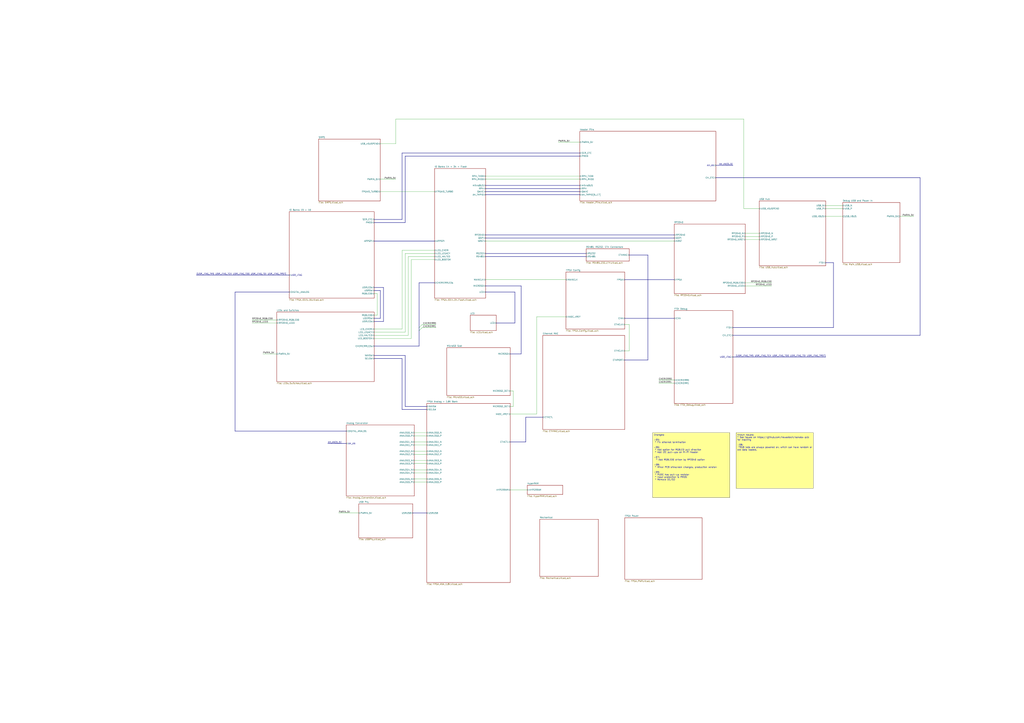
<source format=kicad_sch>
(kicad_sch
	(version 20231120)
	(generator "eeschema")
	(generator_version "8.0")
	(uuid "e7c9b7db-69aa-4c96-995e-e694ce2e3dcf")
	(paper "A1")
	(title_block
		(title "<Enter Sheet Title>")
	)
	(lib_symbols)
	(bus_entry
		(at 344.17 269.24)
		(size 2.54 -2.54)
		(stroke
			(width 0)
			(type default)
		)
		(uuid "1983c510-b4bf-4c79-84f3-1b385c7a2503")
	)
	(bus_entry
		(at 344.17 271.78)
		(size 2.54 -2.54)
		(stroke
			(width 0)
			(type default)
		)
		(uuid "8cfef203-8499-4962-a116-eb0b608e76e6")
	)
	(bus
		(pts
			(xy 330.2 336.55) (xy 350.52 336.55)
		)
		(stroke
			(width 0)
			(type default)
		)
		(uuid "011fe146-6397-4831-8db5-d854bbd6b55d")
	)
	(bus
		(pts
			(xy 601.98 275.59) (xy 755.65 275.59)
		)
		(stroke
			(width 0)
			(type default)
		)
		(uuid "04517c5d-ee0d-4c12-9f5f-092c748230dd")
	)
	(bus
		(pts
			(xy 516.89 209.55) (xy 532.13 209.55)
		)
		(stroke
			(width 0)
			(type default)
		)
		(uuid "08d5da8c-b52f-492a-8749-a7957a55d2ae")
	)
	(wire
		(pts
			(xy 215.9 290.83) (xy 227.33 290.83)
		)
		(stroke
			(width 0)
			(type default)
		)
		(uuid "0a81dcb5-8a1e-4d85-bab5-e48c849545ec")
	)
	(bus
		(pts
			(xy 398.78 208.28) (xy 481.33 208.28)
		)
		(stroke
			(width 0)
			(type default)
		)
		(uuid "0b19fa10-1512-46ed-b48e-171ad80e578b")
	)
	(bus
		(pts
			(xy 307.34 264.16) (xy 314.96 264.16)
		)
		(stroke
			(width 0)
			(type default)
		)
		(uuid "0d95e83d-c6b4-49e5-8771-8cf0d3c42ddb")
	)
	(bus
		(pts
			(xy 398.78 210.82) (xy 481.33 210.82)
		)
		(stroke
			(width 0)
			(type default)
		)
		(uuid "0f9406fb-44b6-4c63-b029-c8df6fa11b0f")
	)
	(bus
		(pts
			(xy 314.96 236.22) (xy 314.96 264.16)
		)
		(stroke
			(width 0)
			(type default)
		)
		(uuid "101e8bec-f68e-499b-8451-0234483361e3")
	)
	(wire
		(pts
			(xy 346.71 269.24) (xy 358.14 269.24)
		)
		(stroke
			(width 0)
			(type default)
		)
		(uuid "1066f17b-f914-4815-a0fd-5444400de613")
	)
	(wire
		(pts
			(xy 541.02 312.42) (xy 553.72 312.42)
		)
		(stroke
			(width 0)
			(type default)
		)
		(uuid "10742150-4195-41a8-a8e0-319bb5856bea")
	)
	(wire
		(pts
			(xy 513.08 288.29) (xy 516.89 288.29)
		)
		(stroke
			(width 0)
			(type default)
		)
		(uuid "1432517a-1c35-42ad-be72-ba9eed50b97d")
	)
	(wire
		(pts
			(xy 516.89 266.7) (xy 516.89 288.29)
		)
		(stroke
			(width 0)
			(type default)
		)
		(uuid "145f6c70-d498-4caf-9876-39c7366a1666")
	)
	(wire
		(pts
			(xy 207.01 262.89) (xy 227.33 262.89)
		)
		(stroke
			(width 0)
			(type default)
		)
		(uuid "1555b86d-89e0-43f4-b5a7-40f5dabd21cf")
	)
	(bus
		(pts
			(xy 398.78 154.94) (xy 476.25 154.94)
		)
		(stroke
			(width 0)
			(type default)
		)
		(uuid "1593be08-38de-49c3-a6b3-03eb3cd27aea")
	)
	(bus
		(pts
			(xy 601.98 293.37) (xy 678.18 293.37)
		)
		(stroke
			(width 0)
			(type default)
		)
		(uuid "1a5589bd-cc07-4fa0-86a9-41425e935786")
	)
	(bus
		(pts
			(xy 307.34 180.34) (xy 330.2 180.34)
		)
		(stroke
			(width 0)
			(type default)
		)
		(uuid "1bb9f0f3-ae77-4a78-9def-4a49c5c0ca28")
	)
	(wire
		(pts
			(xy 541.02 314.96) (xy 553.72 314.96)
		)
		(stroke
			(width 0)
			(type default)
		)
		(uuid "1dcc19bd-498a-458f-b176-757d41658ae1")
	)
	(wire
		(pts
			(xy 419.1 321.31) (xy 421.64 321.31)
		)
		(stroke
			(width 0)
			(type default)
		)
		(uuid "1ffdab13-4dc8-41cf-a5ab-4e7400c2caa6")
	)
	(bus
		(pts
			(xy 193.04 240.03) (xy 193.04 354.33)
		)
		(stroke
			(width 0)
			(type default)
		)
		(uuid "2185d577-5137-4a0a-895c-4a0768f088c6")
	)
	(bus
		(pts
			(xy 398.78 195.58) (xy 553.72 195.58)
		)
		(stroke
			(width 0)
			(type default)
		)
		(uuid "26072cba-46f2-486c-b438-4922b47acafc")
	)
	(bus
		(pts
			(xy 588.01 135.89) (xy 601.98 135.89)
		)
		(stroke
			(width 0)
			(type default)
		)
		(uuid "27a36b16-b386-456b-89be-df24d1f72929")
	)
	(wire
		(pts
			(xy 307.34 275.59) (xy 335.28 275.59)
		)
		(stroke
			(width 0)
			(type default)
		)
		(uuid "2d22e927-24f2-4cc6-a0dc-5c018ab0118a")
	)
	(bus
		(pts
			(xy 307.34 261.62) (xy 312.42 261.62)
		)
		(stroke
			(width 0)
			(type default)
		)
		(uuid "2dd4453d-8bb7-4f8c-9155-7f58a28f05f3")
	)
	(wire
		(pts
			(xy 312.42 118.11) (xy 325.12 118.11)
		)
		(stroke
			(width 0)
			(type default)
		)
		(uuid "2dd7e341-f1f0-40a4-b2a9-7fcdd7f2042d")
	)
	(bus
		(pts
			(xy 344.17 271.78) (xy 344.17 284.48)
		)
		(stroke
			(width 0)
			(type default)
		)
		(uuid "2f1de201-a2b7-4feb-a373-e092c2498c87")
	)
	(wire
		(pts
			(xy 419.1 402.59) (xy 433.07 402.59)
		)
		(stroke
			(width 0)
			(type default)
		)
		(uuid "3460bc08-8694-4ed3-a55b-e3318e17be54")
	)
	(wire
		(pts
			(xy 337.82 213.36) (xy 337.82 278.13)
		)
		(stroke
			(width 0)
			(type default)
		)
		(uuid "3531124b-94e2-48cf-8c8b-64e6ad8e4e6d")
	)
	(wire
		(pts
			(xy 513.08 266.7) (xy 516.89 266.7)
		)
		(stroke
			(width 0)
			(type default)
		)
		(uuid "3985ce58-c722-4003-a611-c5ae5cdffce2")
	)
	(bus
		(pts
			(xy 332.74 128.27) (xy 332.74 182.88)
		)
		(stroke
			(width 0)
			(type default)
		)
		(uuid "3a04fc58-9b58-4cbc-b069-9ed82f357ce8")
	)
	(bus
		(pts
			(xy 398.78 193.04) (xy 553.72 193.04)
		)
		(stroke
			(width 0)
			(type default)
		)
		(uuid "3b990a65-2076-4255-9019-c0414aa65107")
	)
	(wire
		(pts
			(xy 678.18 171.45) (xy 692.15 171.45)
		)
		(stroke
			(width 0)
			(type default)
		)
		(uuid "3f7ff06f-5115-4731-92a8-58dc4a82f564")
	)
	(wire
		(pts
			(xy 337.82 213.36) (xy 356.87 213.36)
		)
		(stroke
			(width 0)
			(type default)
		)
		(uuid "43aca617-eee6-4764-b0c6-a909853c1e86")
	)
	(bus
		(pts
			(xy 513.08 261.62) (xy 553.72 261.62)
		)
		(stroke
			(width 0)
			(type default)
		)
		(uuid "43f69016-5718-4f0a-8dd7-bc39135cccb7")
	)
	(wire
		(pts
			(xy 325.12 97.79) (xy 325.12 118.11)
		)
		(stroke
			(width 0)
			(type default)
		)
		(uuid "497f84cc-e609-43d6-b6b2-898c29fdbc0d")
	)
	(wire
		(pts
			(xy 398.78 198.12) (xy 553.72 198.12)
		)
		(stroke
			(width 0)
			(type default)
		)
		(uuid "4b6d56ee-0b8d-4492-93a3-704e2addecb4")
	)
	(bus
		(pts
			(xy 307.34 236.22) (xy 314.96 236.22)
		)
		(stroke
			(width 0)
			(type default)
		)
		(uuid "4ec26679-6770-43b2-af43-d28bd18358eb")
	)
	(bus
		(pts
			(xy 344.17 232.41) (xy 356.87 232.41)
		)
		(stroke
			(width 0)
			(type default)
		)
		(uuid "4ef0d16a-0a42-4eeb-82e4-dd73d1d128ae")
	)
	(bus
		(pts
			(xy 601.98 269.24) (xy 684.53 269.24)
		)
		(stroke
			(width 0)
			(type default)
		)
		(uuid "50e52749-0c4f-4f97-9614-510259ba0014")
	)
	(wire
		(pts
			(xy 340.36 393.7) (xy 350.52 393.7)
		)
		(stroke
			(width 0)
			(type default)
		)
		(uuid "521d1fbf-95af-4d76-b445-8ff323468e0d")
	)
	(wire
		(pts
			(xy 340.36 378.46) (xy 350.52 378.46)
		)
		(stroke
			(width 0)
			(type default)
		)
		(uuid "590b62df-544f-432c-b32b-cc1010b8445e")
	)
	(wire
		(pts
			(xy 307.34 273.05) (xy 332.74 273.05)
		)
		(stroke
			(width 0)
			(type default)
		)
		(uuid "5db850b8-173c-40b2-808a-b52f1c15f9b3")
	)
	(bus
		(pts
			(xy 330.2 294.64) (xy 330.2 336.55)
		)
		(stroke
			(width 0)
			(type default)
		)
		(uuid "602eebe1-8337-472a-8d60-612f2cf1e613")
	)
	(bus
		(pts
			(xy 307.34 182.88) (xy 332.74 182.88)
		)
		(stroke
			(width 0)
			(type default)
		)
		(uuid "612004d5-6af3-409b-acf2-56fcf5aaf86a")
	)
	(bus
		(pts
			(xy 398.78 160.02) (xy 476.25 160.02)
		)
		(stroke
			(width 0)
			(type default)
		)
		(uuid "62a672cf-aac1-4970-b718-ba9589f69c96")
	)
	(wire
		(pts
			(xy 340.36 365.76) (xy 350.52 365.76)
		)
		(stroke
			(width 0)
			(type default)
		)
		(uuid "636f2799-5f3a-4c86-ab64-3bdae61be367")
	)
	(wire
		(pts
			(xy 398.78 147.32) (xy 476.25 147.32)
		)
		(stroke
			(width 0)
			(type default)
		)
		(uuid "696e381f-f265-4655-aa05-ae2d06335616")
	)
	(wire
		(pts
			(xy 398.78 229.87) (xy 464.82 229.87)
		)
		(stroke
			(width 0)
			(type default)
		)
		(uuid "69a20061-0167-4b60-aaae-f687a5bbe2ea")
	)
	(bus
		(pts
			(xy 344.17 269.24) (xy 344.17 271.78)
		)
		(stroke
			(width 0)
			(type default)
		)
		(uuid "6c0222a2-3e6f-45d7-8330-85477aea8651")
	)
	(wire
		(pts
			(xy 330.2 205.74) (xy 330.2 270.51)
		)
		(stroke
			(width 0)
			(type default)
		)
		(uuid "6ef629ae-68ec-44f9-977e-39410709bd5f")
	)
	(bus
		(pts
			(xy 419.1 290.83) (xy 427.99 290.83)
		)
		(stroke
			(width 0)
			(type default)
		)
		(uuid "6f893bc4-cf57-43d9-b78b-bab1dc40101b")
	)
	(wire
		(pts
			(xy 612.14 234.95) (xy 633.73 234.95)
		)
		(stroke
			(width 0)
			(type default)
		)
		(uuid "71419a78-ee75-42d3-8ffe-37533ce7ee53")
	)
	(bus
		(pts
			(xy 407.67 265.43) (xy 422.91 265.43)
		)
		(stroke
			(width 0)
			(type default)
		)
		(uuid "7298f2cd-f6d6-499b-a808-6a6f90ef2be1")
	)
	(bus
		(pts
			(xy 307.34 294.64) (xy 330.2 294.64)
		)
		(stroke
			(width 0)
			(type default)
		)
		(uuid "73edbb2d-ffeb-4d7f-8df2-478aa0e353e7")
	)
	(wire
		(pts
			(xy 421.64 321.31) (xy 421.64 334.01)
		)
		(stroke
			(width 0)
			(type default)
		)
		(uuid "74f59323-f193-48ca-b2b2-596ad4db5a7c")
	)
	(wire
		(pts
			(xy 340.36 396.24) (xy 350.52 396.24)
		)
		(stroke
			(width 0)
			(type default)
		)
		(uuid "789efde0-51fe-4ce0-ac11-36fa211a93fe")
	)
	(bus
		(pts
			(xy 398.78 234.95) (xy 427.99 234.95)
		)
		(stroke
			(width 0)
			(type default)
		)
		(uuid "7d4e094a-54e5-467a-84e0-e14578cb798e")
	)
	(wire
		(pts
			(xy 440.69 260.35) (xy 464.82 260.35)
		)
		(stroke
			(width 0)
			(type default)
		)
		(uuid "7e907c9a-7d1c-4f48-b300-94a41d5d87f8")
	)
	(wire
		(pts
			(xy 335.28 210.82) (xy 356.87 210.82)
		)
		(stroke
			(width 0)
			(type default)
		)
		(uuid "7fb3ba5a-47b8-4b82-a012-ca03a16b31c5")
	)
	(bus
		(pts
			(xy 307.34 284.48) (xy 344.17 284.48)
		)
		(stroke
			(width 0)
			(type default)
		)
		(uuid "8304ce8d-a978-4d81-8a84-0698c0b08df7")
	)
	(wire
		(pts
			(xy 398.78 144.78) (xy 476.25 144.78)
		)
		(stroke
			(width 0)
			(type default)
		)
		(uuid "83adbfb1-6384-49af-b878-3ca6fcd5d963")
	)
	(wire
		(pts
			(xy 739.14 177.8) (xy 750.57 177.8)
		)
		(stroke
			(width 0)
			(type default)
		)
		(uuid "84a2a50b-af2b-45dd-a241-30cf1d518237")
	)
	(wire
		(pts
			(xy 207.01 265.43) (xy 227.33 265.43)
		)
		(stroke
			(width 0)
			(type default)
		)
		(uuid "85453312-9f7b-458f-9f09-1a4442a6c097")
	)
	(bus
		(pts
			(xy 269.24 364.49) (xy 284.48 364.49)
		)
		(stroke
			(width 0)
			(type default)
		)
		(uuid "8a0829af-45a3-4d65-9519-9482d943f802")
	)
	(bus
		(pts
			(xy 193.04 240.03) (xy 237.49 240.03)
		)
		(stroke
			(width 0)
			(type default)
		)
		(uuid "8bfd0c6b-c8e8-463d-96f6-161f7cc50f67")
	)
	(wire
		(pts
			(xy 678.18 177.8) (xy 692.15 177.8)
		)
		(stroke
			(width 0)
			(type default)
		)
		(uuid "9017a411-192b-44ba-9c76-ba0696bcbc9c")
	)
	(bus
		(pts
			(xy 161.29 226.06) (xy 237.49 226.06)
		)
		(stroke
			(width 0)
			(type default)
		)
		(uuid "901de994-8d29-429a-bf97-f5a34f0fcad8")
	)
	(wire
		(pts
			(xy 278.13 421.64) (xy 294.64 421.64)
		)
		(stroke
			(width 0)
			(type default)
		)
		(uuid "90f9e1e0-86f4-4007-9272-062e4d65b02f")
	)
	(bus
		(pts
			(xy 431.8 363.22) (xy 431.8 342.9)
		)
		(stroke
			(width 0)
			(type default)
		)
		(uuid "969fadeb-0b52-4b2c-9af5-c57e6b937a81")
	)
	(bus
		(pts
			(xy 398.78 240.03) (xy 422.91 240.03)
		)
		(stroke
			(width 0)
			(type default)
		)
		(uuid "970e1299-839a-433b-915b-a27a9a18f36c")
	)
	(wire
		(pts
			(xy 340.36 358.14) (xy 350.52 358.14)
		)
		(stroke
			(width 0)
			(type default)
		)
		(uuid "9736cda6-64da-4d89-aeff-b0d8bf854646")
	)
	(wire
		(pts
			(xy 335.28 210.82) (xy 335.28 275.59)
		)
		(stroke
			(width 0)
			(type default)
		)
		(uuid "9956574d-fb6f-4208-917b-cd87e9e8edee")
	)
	(wire
		(pts
			(xy 325.12 97.79) (xy 610.87 97.79)
		)
		(stroke
			(width 0)
			(type default)
		)
		(uuid "9a7d8826-d303-40bb-8051-219c437733bc")
	)
	(wire
		(pts
			(xy 340.36 388.62) (xy 350.52 388.62)
		)
		(stroke
			(width 0)
			(type default)
		)
		(uuid "9aacc937-e1a5-4d64-9121-7dec4f3dd5a1")
	)
	(wire
		(pts
			(xy 307.34 259.08) (xy 309.88 259.08)
		)
		(stroke
			(width 0)
			(type default)
		)
		(uuid "9f0ac2b8-b3e3-4462-844c-a1673a459416")
	)
	(bus
		(pts
			(xy 513.08 229.87) (xy 553.72 229.87)
		)
		(stroke
			(width 0)
			(type default)
		)
		(uuid "a0b75ba8-31ba-4be9-9dd4-6752dd5e2d37")
	)
	(bus
		(pts
			(xy 678.18 215.9) (xy 684.53 215.9)
		)
		(stroke
			(width 0)
			(type default)
		)
		(uuid "a1d4b436-1fd5-4210-97ed-bf89a7a0a82d")
	)
	(wire
		(pts
			(xy 340.36 381) (xy 350.52 381)
		)
		(stroke
			(width 0)
			(type default)
		)
		(uuid "a3287457-7e2c-4fb0-b172-b69535ddea95")
	)
	(bus
		(pts
			(xy 339.09 421.64) (xy 350.52 421.64)
		)
		(stroke
			(width 0)
			(type default)
		)
		(uuid "aa4d6c53-5829-4474-92a1-d891aabdeda7")
	)
	(wire
		(pts
			(xy 346.71 266.7) (xy 358.14 266.7)
		)
		(stroke
			(width 0)
			(type default)
		)
		(uuid "abcb62f5-e3c3-4ebc-bce8-99ff380b1738")
	)
	(wire
		(pts
			(xy 332.74 208.28) (xy 356.87 208.28)
		)
		(stroke
			(width 0)
			(type default)
		)
		(uuid "ae801917-f7ef-4421-aae0-cc10dda33707")
	)
	(bus
		(pts
			(xy 332.74 128.27) (xy 476.25 128.27)
		)
		(stroke
			(width 0)
			(type default)
		)
		(uuid "b1a59a8a-42f9-439c-a85e-9480b58cec1d")
	)
	(wire
		(pts
			(xy 612.14 196.85) (xy 623.57 196.85)
		)
		(stroke
			(width 0)
			(type default)
		)
		(uuid "b1cf8470-dcb1-4c7f-8242-2854ad19ce5b")
	)
	(wire
		(pts
			(xy 330.2 205.74) (xy 356.87 205.74)
		)
		(stroke
			(width 0)
			(type default)
		)
		(uuid "b2f3cdc4-13c6-43a6-8976-8bee65405595")
	)
	(bus
		(pts
			(xy 193.04 354.33) (xy 284.48 354.33)
		)
		(stroke
			(width 0)
			(type default)
		)
		(uuid "b73f44aa-22b1-40d9-82ba-0b0a4e8e886f")
	)
	(wire
		(pts
			(xy 312.42 147.32) (xy 325.12 147.32)
		)
		(stroke
			(width 0)
			(type default)
		)
		(uuid "b80b6d89-f426-4145-89ea-e8d26cb828d8")
	)
	(bus
		(pts
			(xy 344.17 232.41) (xy 344.17 269.24)
		)
		(stroke
			(width 0)
			(type default)
		)
		(uuid "b8649d17-7d9f-45bc-8ff5-c6a233f4bb73")
	)
	(bus
		(pts
			(xy 427.99 234.95) (xy 427.99 290.83)
		)
		(stroke
			(width 0)
			(type default)
		)
		(uuid "bbc36d5e-b204-4717-9054-328c3830f79c")
	)
	(wire
		(pts
			(xy 458.47 116.84) (xy 476.25 116.84)
		)
		(stroke
			(width 0)
			(type default)
		)
		(uuid "bcee8baa-8e3e-4300-961a-1a19bc324afa")
	)
	(bus
		(pts
			(xy 330.2 125.73) (xy 330.2 180.34)
		)
		(stroke
			(width 0)
			(type default)
		)
		(uuid "bd57c3da-37e2-40d6-b947-b33557c7e879")
	)
	(bus
		(pts
			(xy 755.65 146.05) (xy 755.65 275.59)
		)
		(stroke
			(width 0)
			(type default)
		)
		(uuid "bd66d3ea-0af2-4ddc-9044-947c3a6136d2")
	)
	(wire
		(pts
			(xy 610.87 97.79) (xy 610.87 171.45)
		)
		(stroke
			(width 0)
			(type default)
		)
		(uuid "c143bdde-9de6-40a9-8e36-3a15af5124fa")
	)
	(bus
		(pts
			(xy 332.74 292.1) (xy 332.74 334.01)
		)
		(stroke
			(width 0)
			(type default)
		)
		(uuid "c4f30457-0adf-4b4b-9912-2ee628f13546")
	)
	(wire
		(pts
			(xy 340.36 355.6) (xy 350.52 355.6)
		)
		(stroke
			(width 0)
			(type default)
		)
		(uuid "c6f98471-0a1d-4b6d-99f8-843b0bc88d21")
	)
	(wire
		(pts
			(xy 307.34 241.3) (xy 309.88 241.3)
		)
		(stroke
			(width 0)
			(type default)
		)
		(uuid "c8a84cf6-77ea-47db-8e1a-b75e2d6f1f0a")
	)
	(bus
		(pts
			(xy 307.34 238.76) (xy 312.42 238.76)
		)
		(stroke
			(width 0)
			(type default)
		)
		(uuid "cab46ae3-456f-4752-a179-eb41db870fe6")
	)
	(bus
		(pts
			(xy 532.13 209.55) (xy 532.13 295.91)
		)
		(stroke
			(width 0)
			(type default)
		)
		(uuid "cb189e64-3cd6-4bf0-9470-9f90d0015822")
	)
	(wire
		(pts
			(xy 340.36 363.22) (xy 350.52 363.22)
		)
		(stroke
			(width 0)
			(type default)
		)
		(uuid "cb353ba1-e269-499a-a62d-3a3224fa081e")
	)
	(bus
		(pts
			(xy 431.8 342.9) (xy 445.77 342.9)
		)
		(stroke
			(width 0)
			(type default)
		)
		(uuid "cbbbc99a-bd7e-4b92-a44f-270751a99a7d")
	)
	(bus
		(pts
			(xy 422.91 240.03) (xy 422.91 265.43)
		)
		(stroke
			(width 0)
			(type default)
		)
		(uuid "ce46328f-8316-4797-be90-a47e1ba67efe")
	)
	(wire
		(pts
			(xy 307.34 270.51) (xy 330.2 270.51)
		)
		(stroke
			(width 0)
			(type default)
		)
		(uuid "cea9cbe1-1384-48a1-b0d5-ca49127df45c")
	)
	(wire
		(pts
			(xy 612.14 194.31) (xy 623.57 194.31)
		)
		(stroke
			(width 0)
			(type default)
		)
		(uuid "d2155f6b-09d8-498d-bf4e-37f3018e53fd")
	)
	(wire
		(pts
			(xy 340.36 373.38) (xy 350.52 373.38)
		)
		(stroke
			(width 0)
			(type default)
		)
		(uuid "d26be443-f873-460f-9970-bcc80d375d11")
	)
	(wire
		(pts
			(xy 332.74 208.28) (xy 332.74 273.05)
		)
		(stroke
			(width 0)
			(type default)
		)
		(uuid "d6071ebb-c070-4783-ae5d-45defdebab6f")
	)
	(wire
		(pts
			(xy 419.1 340.36) (xy 440.69 340.36)
		)
		(stroke
			(width 0)
			(type default)
		)
		(uuid "d7b5a8a4-edb0-4ffe-99c3-979489175508")
	)
	(bus
		(pts
			(xy 513.08 295.91) (xy 532.13 295.91)
		)
		(stroke
			(width 0)
			(type default)
		)
		(uuid "d93fed2b-aad1-47e6-b0dd-c78b8e0a78b7")
	)
	(wire
		(pts
			(xy 312.42 157.48) (xy 356.87 157.48)
		)
		(stroke
			(width 0)
			(type default)
		)
		(uuid "da80fca2-3f7a-4d7c-ae1e-05f78a3210b9")
	)
	(wire
		(pts
			(xy 612.14 191.77) (xy 623.57 191.77)
		)
		(stroke
			(width 0)
			(type default)
		)
		(uuid "dbf8c556-3d3f-4d46-8052-474861bf37a0")
	)
	(bus
		(pts
			(xy 332.74 334.01) (xy 350.52 334.01)
		)
		(stroke
			(width 0)
			(type default)
		)
		(uuid "dc37201b-539a-4619-881c-1ca04419a31c")
	)
	(bus
		(pts
			(xy 419.1 363.22) (xy 431.8 363.22)
		)
		(stroke
			(width 0)
			(type default)
		)
		(uuid "dc9d0078-ed50-4886-9531-435ec6f5fc92")
	)
	(wire
		(pts
			(xy 419.1 334.01) (xy 421.64 334.01)
		)
		(stroke
			(width 0)
			(type default)
		)
		(uuid "dd6c9de1-671f-43a2-85ab-cdb24002a79f")
	)
	(wire
		(pts
			(xy 309.88 241.3) (xy 309.88 259.08)
		)
		(stroke
			(width 0)
			(type default)
		)
		(uuid "de5fea61-8b7b-4e0b-95cb-883a22df51a9")
	)
	(wire
		(pts
			(xy 678.18 168.91) (xy 692.15 168.91)
		)
		(stroke
			(width 0)
			(type default)
		)
		(uuid "de848679-92c0-4cf9-aeba-6b413204545c")
	)
	(bus
		(pts
			(xy 398.78 152.4) (xy 476.25 152.4)
		)
		(stroke
			(width 0)
			(type default)
		)
		(uuid "dfb0ee4d-112b-40c5-a714-dcac6e879d65")
	)
	(wire
		(pts
			(xy 612.14 232.41) (xy 633.73 232.41)
		)
		(stroke
			(width 0)
			(type default)
		)
		(uuid "e14859ea-4524-455d-a756-9b38a1a6381f")
	)
	(wire
		(pts
			(xy 340.36 370.84) (xy 350.52 370.84)
		)
		(stroke
			(width 0)
			(type default)
		)
		(uuid "e4fb7f65-d1fd-4a19-9564-9c23d98aa3c3")
	)
	(bus
		(pts
			(xy 307.34 292.1) (xy 332.74 292.1)
		)
		(stroke
			(width 0)
			(type default)
		)
		(uuid "e867ddcf-411a-421a-a814-1e7f2af29346")
	)
	(bus
		(pts
			(xy 307.34 198.12) (xy 356.87 198.12)
		)
		(stroke
			(width 0)
			(type default)
		)
		(uuid "ed8f04fc-84b8-462e-8f85-921565e89fca")
	)
	(wire
		(pts
			(xy 440.69 260.35) (xy 440.69 340.36)
		)
		(stroke
			(width 0)
			(type default)
		)
		(uuid "efbb6694-3e54-4811-9aa1-0123457e6794")
	)
	(wire
		(pts
			(xy 307.34 278.13) (xy 337.82 278.13)
		)
		(stroke
			(width 0)
			(type default)
		)
		(uuid "f1fa10c4-aae5-4b98-a128-ebd360d08de3")
	)
	(wire
		(pts
			(xy 610.87 171.45) (xy 623.57 171.45)
		)
		(stroke
			(width 0)
			(type default)
		)
		(uuid "f39ee779-b564-4f6b-a04b-a71407c066ea")
	)
	(wire
		(pts
			(xy 340.36 386.08) (xy 350.52 386.08)
		)
		(stroke
			(width 0)
			(type default)
		)
		(uuid "f5973061-9c61-49b5-bfb2-c3f5efbdb84a")
	)
	(bus
		(pts
			(xy 588.01 146.05) (xy 755.65 146.05)
		)
		(stroke
			(width 0)
			(type default)
		)
		(uuid "f657de4d-ffbe-48bb-8566-1227019b4804")
	)
	(bus
		(pts
			(xy 312.42 238.76) (xy 312.42 261.62)
		)
		(stroke
			(width 0)
			(type default)
		)
		(uuid "f9e18a3c-5747-4ba0-9fbf-5842c424c5fc")
	)
	(bus
		(pts
			(xy 398.78 157.48) (xy 476.25 157.48)
		)
		(stroke
			(width 0)
			(type default)
		)
		(uuid "fcb2969e-5c8d-40e6-aee5-05907adf47dd")
	)
	(bus
		(pts
			(xy 684.53 215.9) (xy 684.53 269.24)
		)
		(stroke
			(width 0)
			(type default)
		)
		(uuid "fd292a39-2c2e-4089-bd61-0105197e5951")
	)
	(bus
		(pts
			(xy 330.2 125.73) (xy 476.25 125.73)
		)
		(stroke
			(width 0)
			(type default)
		)
		(uuid "fe170c8f-d9aa-49c5-98f1-fb72b88da0d5")
	)
	(text_box "Known Issues:\n* See issues on https://github.com/newaetech/sonata-pcb for tracking\n\n-08:\n *RGB leds are always powered on, which can have random or old data loaded."
		(exclude_from_sim no)
		(at 604.52 355.6 0)
		(size 63.5 45.72)
		(stroke
			(width 0)
			(type default)
			(color 0 0 0 1)
		)
		(fill
			(type color)
			(color 255 255 150 1)
		)
		(effects
			(font
				(size 1.27 1.27)
			)
			(justify left top)
		)
		(uuid "e341457d-230d-47e9-8e92-b3f40ad32c73")
	)
	(text_box "Changes:\n\n-05:\n * Fix ethernet termination\n\n-06:\n * Add option for RGBLED pull direction\n * Add I2C pull-ups on R-Pi Header\n\n-07:\n  * Add RGBLED0 driven by RP2040 option\n\n-08:\n * Minor PCB silkscreen changes, production version\n\n-09:\n * PUDC has pull-up resistor\n * Input protection is PMOS\n * Remove D1/D2"
		(exclude_from_sim no)
		(at 535.94 355.6 0)
		(size 63.5 53.34)
		(stroke
			(width 0)
			(type default)
			(color 0 0 0 1)
		)
		(fill
			(type color)
			(color 255 255 150 1)
		)
		(effects
			(font
				(size 1.27 1.27)
			)
			(justify left top)
		)
		(uuid "f56fa810-8f42-4ea5-be67-83946b4cd551")
	)
	(label "CHERIERR1"
		(at 358.14 269.24 180)
		(fields_autoplaced yes)
		(effects
			(font
				(size 1.27 1.27)
			)
			(justify right bottom)
		)
		(uuid "024d1f3f-d000-4b89-b7c4-48f25a19d731")
	)
	(label "CHERIERR0"
		(at 541.02 312.42 0)
		(fields_autoplaced yes)
		(effects
			(font
				(size 1.27 1.27)
			)
			(justify left bottom)
		)
		(uuid "252e4ba5-9541-4f25-9e4e-cab56567cb1d")
	)
	(label "CHERIERR0"
		(at 358.14 266.7 180)
		(fields_autoplaced yes)
		(effects
			(font
				(size 1.27 1.27)
			)
			(justify right bottom)
		)
		(uuid "272df4b3-57db-4f06-a001-bf98a636d029")
	)
	(label "AH_AN[0..5]"
		(at 601.98 135.89 180)
		(fields_autoplaced yes)
		(effects
			(font
				(size 1.27 1.27)
			)
			(justify right bottom)
		)
		(uuid "4b6c66bc-8709-4908-b42f-a41e9717560c")
	)
	(label "CHERIERR1"
		(at 541.02 314.96 0)
		(fields_autoplaced yes)
		(effects
			(font
				(size 1.27 1.27)
			)
			(justify left bottom)
		)
		(uuid "4d91b8e2-4e58-4827-9e96-b9f971ca6d93")
	)
	(label "{USR_JTAG_TMS USR_JTAG_TCK USR_JTAG_TDO USR_JTAG_TDI USR_JTAG_TRST}"
		(at 161.29 226.06 0)
		(fields_autoplaced yes)
		(effects
			(font
				(size 1.27 1.27)
			)
			(justify left bottom)
		)
		(uuid "599f1344-ea56-44ac-bb6f-b1f93ada31f6")
	)
	(label "RP2040_RGBLED0"
		(at 207.01 262.89 0)
		(fields_autoplaced yes)
		(effects
			(font
				(size 1.27 1.27)
			)
			(justify left bottom)
		)
		(uuid "693e3ec8-72c8-4717-8559-5f2e35c26fe2")
	)
	(label "PWRIN_5V"
		(at 750.57 177.8 180)
		(fields_autoplaced yes)
		(effects
			(font
				(size 1.27 1.27)
			)
			(justify right bottom)
		)
		(uuid "6bf15be2-f402-4d38-b710-8956ee1d2dcf")
	)
	(label "PWRIN_5V"
		(at 458.47 116.84 0)
		(fields_autoplaced yes)
		(effects
			(font
				(size 1.27 1.27)
			)
			(justify left bottom)
		)
		(uuid "70678110-941a-4332-af84-1702eed1c0e3")
	)
	(label "AH_AN[0..5]"
		(at 269.24 364.49 0)
		(fields_autoplaced yes)
		(effects
			(font
				(size 1.27 1.27)
			)
			(justify left bottom)
		)
		(uuid "7afebee6-52fb-4b81-992c-59d80384e932")
	)
	(label "RP2040_RGBLED0"
		(at 633.73 232.41 180)
		(fields_autoplaced yes)
		(effects
			(font
				(size 1.27 1.27)
			)
			(justify right bottom)
		)
		(uuid "9a84df4a-5755-4dc8-bffc-904559aae168")
	)
	(label "PWRIN_5V"
		(at 278.13 421.64 0)
		(fields_autoplaced yes)
		(effects
			(font
				(size 1.27 1.27)
			)
			(justify left bottom)
		)
		(uuid "9b66d78e-3261-4c77-b550-447e7230971c")
	)
	(label "RP2040_LED3"
		(at 633.73 234.95 180)
		(fields_autoplaced yes)
		(effects
			(font
				(size 1.27 1.27)
			)
			(justify right bottom)
		)
		(uuid "a98fe61d-4fe1-4ca3-9aff-6662776654bc")
	)
	(label "{USR_JTAG_TMS USR_JTAG_TCK USR_JTAG_TDO USR_JTAG_TDI USR_JTAG_TRST}"
		(at 678.18 293.37 180)
		(fields_autoplaced yes)
		(effects
			(font
				(size 1.27 1.27)
			)
			(justify right bottom)
		)
		(uuid "bc442dd3-0c56-4dab-84ad-6be581cbff8a")
	)
	(label "PWRIN_5V"
		(at 215.9 290.83 0)
		(fields_autoplaced yes)
		(effects
			(font
				(size 1.27 1.27)
			)
			(justify left bottom)
		)
		(uuid "d0cf0d2e-3b46-4d92-b3d7-f1c589517df6")
	)
	(label "PWRIN_5V"
		(at 325.12 147.32 180)
		(fields_autoplaced yes)
		(effects
			(font
				(size 1.27 1.27)
			)
			(justify right bottom)
		)
		(uuid "e1e16c02-1c39-472e-ab65-7499406cb430")
	)
	(label "RP2040_LED3"
		(at 207.01 265.43 0)
		(fields_autoplaced yes)
		(effects
			(font
				(size 1.27 1.27)
			)
			(justify left bottom)
		)
		(uuid "f2364364-d56e-4ddd-b877-a468e588c0a0")
	)
	(sheet
		(at 356.87 138.43)
		(size 41.91 106.68)
		(fields_autoplaced yes)
		(stroke
			(width 0.1524)
			(type solid)
		)
		(fill
			(color 0 0 0 0.0000)
		)
		(uuid "026c3fcf-db44-499b-be06-507db3717cc9")
		(property "Sheetname" "IO Banks 14 + 34 + Flash"
			(at 356.87 137.7184 0)
			(effects
				(font
					(size 1.27 1.27)
				)
				(justify left bottom)
			)
		)
		(property "Sheetfile" "FPGA_IO14_34_Flash.kicad_sch"
			(at 356.87 245.6946 0)
			(effects
				(font
					(size 1.27 1.27)
				)
				(justify left top)
			)
		)
		(pin "RPH_TXD0" bidirectional
			(at 398.78 144.78 0)
			(effects
				(font
					(size 1.27 1.27)
				)
				(justify right)
			)
			(uuid "a344b230-b3d3-48b5-a61c-1b11faa30860")
		)
		(pin "RPH_RXD0" bidirectional
			(at 398.78 147.32 0)
			(effects
				(font
					(size 1.27 1.27)
				)
				(justify right)
			)
			(uuid "2c29b0c8-db8d-4c3d-91d7-8c146f21ce59")
		)
		(pin "MAINCLK" bidirectional
			(at 398.78 229.87 0)
			(effects
				(font
					(size 1.27 1.27)
				)
				(justify right)
			)
			(uuid "130d67fb-8756-4619-b38a-45a638330b38")
		)
		(pin "AH_TMPIO" bidirectional
			(at 398.78 160.02 0)
			(effects
				(font
					(size 1.27 1.27)
				)
				(justify right)
			)
			(uuid "e2e780a1-cf3e-4662-832d-c87bc57dc38f")
		)
		(pin "QSPI" bidirectional
			(at 398.78 195.58 0)
			(effects
				(font
					(size 1.27 1.27)
				)
				(justify right)
			)
			(uuid "f63ce190-b092-43c5-8971-e619aea5b816")
		)
		(pin "NRST" bidirectional
			(at 398.78 198.12 0)
			(effects
				(font
					(size 1.27 1.27)
				)
				(justify right)
			)
			(uuid "10961303-e04d-4d22-bde6-2ec05bbd4e7f")
		)
		(pin "FPGAIO_TURBO" bidirectional
			(at 356.87 157.48 180)
			(effects
				(font
					(size 1.27 1.27)
				)
				(justify left)
			)
			(uuid "b521279a-8cb5-4741-96be-8d9f3de12140")
		)
		(pin "RS232" bidirectional
			(at 398.78 208.28 0)
			(effects
				(font
					(size 1.27 1.27)
				)
				(justify right)
			)
			(uuid "1b289cc5-7dc4-4883-a37d-c63b3ed7f317")
		)
		(pin "RS485" bidirectional
			(at 398.78 210.82 0)
			(effects
				(font
					(size 1.27 1.27)
				)
				(justify right)
			)
			(uuid "aa980fc6-1757-4724-813d-2023857e9257")
		)
		(pin "mikroBUS" bidirectional
			(at 398.78 152.4 0)
			(effects
				(font
					(size 1.27 1.27)
				)
				(justify right)
			)
			(uuid "74c1a84a-238b-4b9d-a220-b5e6750d9e1b")
		)
		(pin "RP2040" bidirectional
			(at 398.78 193.04 0)
			(effects
				(font
					(size 1.27 1.27)
				)
				(justify right)
			)
			(uuid "7a8cf888-134d-408f-9323-fa2ddfbee31b")
		)
		(pin "RPH" bidirectional
			(at 398.78 154.94 0)
			(effects
				(font
					(size 1.27 1.27)
				)
				(justify right)
			)
			(uuid "e1e78184-e79b-4ac6-86f0-d1b6aa79b448")
		)
		(pin "APPSPI" bidirectional
			(at 356.87 198.12 180)
			(effects
				(font
					(size 1.27 1.27)
				)
				(justify left)
			)
			(uuid "4cceceba-2d7c-40ed-add5-e81030d3b311")
		)
		(pin "LCD" bidirectional
			(at 398.78 240.03 0)
			(effects
				(font
					(size 1.27 1.27)
				)
				(justify right)
			)
			(uuid "33821470-c5ca-45d5-b836-b4058c136812")
		)
		(pin "CHERIERRLEDs" bidirectional
			(at 356.87 232.41 180)
			(effects
				(font
					(size 1.27 1.27)
				)
				(justify left)
			)
			(uuid "bbe32f0d-e55e-4c8a-850a-4dae27e59cf6")
		)
		(pin "QWIIC" bidirectional
			(at 398.78 157.48 0)
			(effects
				(font
					(size 1.27 1.27)
				)
				(justify right)
			)
			(uuid "28a8ea27-88d5-4211-b074-055644a9501b")
		)
		(pin "MICROSD" bidirectional
			(at 398.78 234.95 0)
			(effects
				(font
					(size 1.27 1.27)
				)
				(justify right)
			)
			(uuid "56a03ce0-08ae-4d56-9405-347fca4b16a6")
		)
		(pin "LED_HALTED" bidirectional
			(at 356.87 210.82 180)
			(effects
				(font
					(size 1.27 1.27)
				)
				(justify left)
			)
			(uuid "8698cf12-d27d-46ed-8ce5-2d3fdc9c6dfc")
		)
		(pin "LED_CHERI" bidirectional
			(at 356.87 205.74 180)
			(effects
				(font
					(size 1.27 1.27)
				)
				(justify left)
			)
			(uuid "f88fdbc1-f35b-433a-8683-97460bcb65ef")
		)
		(pin "LED_LEGACY" bidirectional
			(at 356.87 208.28 180)
			(effects
				(font
					(size 1.27 1.27)
				)
				(justify left)
			)
			(uuid "2e161b86-90bb-4ebd-8a70-4f3e909d0884")
		)
		(pin "LED_BOOTOK" bidirectional
			(at 356.87 213.36 180)
			(effects
				(font
					(size 1.27 1.27)
				)
				(justify left)
			)
			(uuid "e76a32f7-ec02-4592-b646-b3192512ded4")
		)
		(instances
			(project "SONATA-ONE"
				(path "/e7c9b7db-69aa-4c96-995e-e694ce2e3dcf"
					(page "13")
				)
			)
		)
	)
	(sheet
		(at 553.72 184.15)
		(size 58.42 57.15)
		(fields_autoplaced yes)
		(stroke
			(width 0.1524)
			(type solid)
		)
		(fill
			(color 0 0 0 0.0000)
		)
		(uuid "168e6163-a087-47f1-a37d-9801d4dec010")
		(property "Sheetname" "RP2040"
			(at 553.72 183.4384 0)
			(effects
				(font
					(size 1.27 1.27)
				)
				(justify left bottom)
			)
		)
		(property "Sheetfile" "RP2040.kicad_sch"
			(at 553.72 241.8846 0)
			(effects
				(font
					(size 1.27 1.27)
				)
				(justify left top)
			)
		)
		(pin "FPGA" bidirectional
			(at 553.72 229.87 180)
			(effects
				(font
					(size 1.27 1.27)
				)
				(justify left)
			)
			(uuid "a970b365-1d97-49d9-ad33-77958910805d")
		)
		(pin "RP2040" bidirectional
			(at 553.72 193.04 180)
			(effects
				(font
					(size 1.27 1.27)
				)
				(justify left)
			)
			(uuid "c4046376-aa14-4b4e-9883-1c7825bc9462")
		)
		(pin "QSPI" bidirectional
			(at 553.72 195.58 180)
			(effects
				(font
					(size 1.27 1.27)
				)
				(justify left)
			)
			(uuid "a0cbac08-e655-421a-b08a-2ad8b34838d4")
		)
		(pin "NRST" bidirectional
			(at 553.72 198.12 180)
			(effects
				(font
					(size 1.27 1.27)
				)
				(justify left)
			)
			(uuid "3a6980d7-d279-40e0-80e8-02b6b014c0e2")
		)
		(pin "RP2040_RGBLED0" bidirectional
			(at 612.14 232.41 0)
			(effects
				(font
					(size 1.27 1.27)
				)
				(justify right)
			)
			(uuid "a0992315-6032-40da-8329-c897d3ea0a79")
		)
		(pin "RP2040_LED3" bidirectional
			(at 612.14 234.95 0)
			(effects
				(font
					(size 1.27 1.27)
				)
				(justify right)
			)
			(uuid "c497c1db-7a1f-47ac-a499-522953b687a1")
		)
		(pin "RP2040_NRST" bidirectional
			(at 612.14 196.85 0)
			(effects
				(font
					(size 1.27 1.27)
				)
				(justify right)
			)
			(uuid "27b0d213-7071-4f46-a492-9a3b9f41dbe8")
		)
		(pin "RP2040_N" bidirectional
			(at 612.14 191.77 0)
			(effects
				(font
					(size 1.27 1.27)
				)
				(justify right)
			)
			(uuid "4e05505e-a71d-49dc-8280-e1456dc71d07")
		)
		(pin "RP2040_P" bidirectional
			(at 612.14 194.31 0)
			(effects
				(font
					(size 1.27 1.27)
				)
				(justify right)
			)
			(uuid "aaa694f9-2ea4-4889-9564-f6d371a386ac")
		)
		(instances
			(project "SONATA-ONE"
				(path "/e7c9b7db-69aa-4c96-995e-e694ce2e3dcf"
					(page "6")
				)
			)
		)
	)
	(sheet
		(at 350.52 331.47)
		(size 68.58 147.32)
		(fields_autoplaced yes)
		(stroke
			(width 0.1524)
			(type solid)
		)
		(fill
			(color 0 0 0 0.0000)
		)
		(uuid "1b08b705-de34-4773-b2cf-436827235fae")
		(property "Sheetname" "FPGA Analog + 1.8V Bank"
			(at 350.52 330.7584 0)
			(effects
				(font
					(size 1.27 1.27)
				)
				(justify left bottom)
			)
		)
		(property "Sheetfile" "FPGA_ANA_1.8V.kicad_sch"
			(at 350.52 479.3746 0)
			(effects
				(font
					(size 1.27 1.27)
				)
				(justify left top)
			)
		)
		(pin "ETHCTL" bidirectional
			(at 419.1 363.22 0)
			(effects
				(font
					(size 1.27 1.27)
				)
				(justify right)
			)
			(uuid "23f6c295-78a8-48ed-bac3-ecf5e0f299c7")
		)
		(pin "XADC_VREF" bidirectional
			(at 419.1 340.36 0)
			(effects
				(font
					(size 1.27 1.27)
				)
				(justify right)
			)
			(uuid "1de93e20-151e-4c91-bf74-0358c7dd9828")
		)
		(pin "ANALOG0_N" bidirectional
			(at 350.52 355.6 180)
			(effects
				(font
					(size 1.27 1.27)
				)
				(justify left)
			)
			(uuid "d243cd10-34e3-41f4-8a3d-ca4a8950e491")
		)
		(pin "ANALOG1_P" bidirectional
			(at 350.52 365.76 180)
			(effects
				(font
					(size 1.27 1.27)
				)
				(justify left)
			)
			(uuid "5c802540-5faf-44f8-81fc-1771f4911dcc")
		)
		(pin "ANALOG1_N" bidirectional
			(at 350.52 363.22 180)
			(effects
				(font
					(size 1.27 1.27)
				)
				(justify left)
			)
			(uuid "23c6e705-355a-4139-8d15-35bf25947f71")
		)
		(pin "ANALOG2_P" bidirectional
			(at 350.52 373.38 180)
			(effects
				(font
					(size 1.27 1.27)
				)
				(justify left)
			)
			(uuid "6072c2a4-9cab-492f-8964-9155ddca8230")
		)
		(pin "ANALOG0_P" bidirectional
			(at 350.52 358.14 180)
			(effects
				(font
					(size 1.27 1.27)
				)
				(justify left)
			)
			(uuid "8344f84b-084f-46ea-8404-f554c74e1c7a")
		)
		(pin "ANALOG2_N" bidirectional
			(at 350.52 370.84 180)
			(effects
				(font
					(size 1.27 1.27)
				)
				(justify left)
			)
			(uuid "47efb336-2cbc-4245-924e-ecdc26f4b5de")
		)
		(pin "ANALOG3_P" bidirectional
			(at 350.52 381 180)
			(effects
				(font
					(size 1.27 1.27)
				)
				(justify left)
			)
			(uuid "6564182e-ae6b-458c-8bc6-060e289235d2")
		)
		(pin "ANALOG3_N" bidirectional
			(at 350.52 378.46 180)
			(effects
				(font
					(size 1.27 1.27)
				)
				(justify left)
			)
			(uuid "dbeb8311-700a-4450-9436-ecdfd6920a10")
		)
		(pin "ANALOG5_N" bidirectional
			(at 350.52 393.7 180)
			(effects
				(font
					(size 1.27 1.27)
				)
				(justify left)
			)
			(uuid "8b4a37f5-d552-49f5-8a03-34fe1796f4a2")
		)
		(pin "ANALOG5_P" bidirectional
			(at 350.52 396.24 180)
			(effects
				(font
					(size 1.27 1.27)
				)
				(justify left)
			)
			(uuid "4bb4a216-a7f4-4339-a09e-8a0acf0194aa")
		)
		(pin "ANALOG4_N" bidirectional
			(at 350.52 386.08 180)
			(effects
				(font
					(size 1.27 1.27)
				)
				(justify left)
			)
			(uuid "6545b65c-eb91-42e2-aa4c-e425c70302b5")
		)
		(pin "ANALOG4_P" bidirectional
			(at 350.52 388.62 180)
			(effects
				(font
					(size 1.27 1.27)
				)
				(justify left)
			)
			(uuid "d63ca32f-aa56-4678-aab0-a48b060ad9f9")
		)
		(pin "MICROSD_DET" bidirectional
			(at 419.1 334.01 0)
			(effects
				(font
					(size 1.27 1.27)
				)
				(justify right)
			)
			(uuid "8e228f7a-ff93-4ea7-bff4-10fe1db4c8aa")
		)
		(pin "HYPERRAM" bidirectional
			(at 419.1 402.59 0)
			(effects
				(font
					(size 1.27 1.27)
				)
				(justify right)
			)
			(uuid "fc653808-b84a-48b4-8bcd-d237dfa625c3")
		)
		(pin "USRUSB" bidirectional
			(at 350.52 421.64 180)
			(effects
				(font
					(size 1.27 1.27)
				)
				(justify left)
			)
			(uuid "9c94e31b-33c7-41d2-85f4-745e9ba0bb5a")
		)
		(pin "NAVSW" bidirectional
			(at 350.52 334.01 180)
			(effects
				(font
					(size 1.27 1.27)
				)
				(justify left)
			)
			(uuid "90041d52-f427-4b43-b84f-1391f9130347")
		)
		(pin "SELSW" bidirectional
			(at 350.52 336.55 180)
			(effects
				(font
					(size 1.27 1.27)
				)
				(justify left)
			)
			(uuid "796c89fa-34ea-44d6-a42a-1a18c9cbe048")
		)
		(instances
			(project "SONATA-ONE"
				(path "/e7c9b7db-69aa-4c96-995e-e694ce2e3dcf"
					(page "16")
				)
			)
		)
	)
	(sheet
		(at 623.57 165.1)
		(size 54.61 53.34)
		(fields_autoplaced yes)
		(stroke
			(width 0.1524)
			(type solid)
		)
		(fill
			(color 0 0 0 0.0000)
		)
		(uuid "1f088b25-c1bd-4ecd-9890-81ab13ac5b52")
		(property "Sheetname" "USB Hub"
			(at 623.57 164.3884 0)
			(effects
				(font
					(size 1.27 1.27)
				)
				(justify left bottom)
			)
		)
		(property "Sheetfile" "USB_Hub.kicad_sch"
			(at 623.57 219.0246 0)
			(effects
				(font
					(size 1.27 1.27)
				)
				(justify left top)
			)
		)
		(pin "USB_nSUSPEND" bidirectional
			(at 623.57 171.45 180)
			(effects
				(font
					(size 1.27 1.27)
				)
				(justify left)
			)
			(uuid "25f7a7af-e8df-4115-ac38-efabb86cf755")
		)
		(pin "RP2040_NRST" bidirectional
			(at 623.57 196.85 180)
			(effects
				(font
					(size 1.27 1.27)
				)
				(justify left)
			)
			(uuid "cbb48fdf-7ab2-42a4-a474-f24388f97d45")
		)
		(pin "USB_P" bidirectional
			(at 678.18 171.45 0)
			(effects
				(font
					(size 1.27 1.27)
				)
				(justify right)
			)
			(uuid "3b283e12-bdd9-4899-93e1-0b5c3ba25404")
		)
		(pin "RP2040_P" bidirectional
			(at 623.57 194.31 180)
			(effects
				(font
					(size 1.27 1.27)
				)
				(justify left)
			)
			(uuid "8d5ef887-a49a-44de-8d79-3d3d53fb2f98")
		)
		(pin "RP2040_N" bidirectional
			(at 623.57 191.77 180)
			(effects
				(font
					(size 1.27 1.27)
				)
				(justify left)
			)
			(uuid "289c9942-5a21-46d6-b184-4ba900033156")
		)
		(pin "USB_N" bidirectional
			(at 678.18 168.91 0)
			(effects
				(font
					(size 1.27 1.27)
				)
				(justify right)
			)
			(uuid "55e8869a-1021-484f-a6a0-cdcc32d5373d")
		)
		(pin "USB_VBUS" bidirectional
			(at 678.18 177.8 0)
			(effects
				(font
					(size 1.27 1.27)
				)
				(justify right)
			)
			(uuid "24f4b873-b82e-42f4-be09-e01b311b956c")
		)
		(pin "FTDI" bidirectional
			(at 678.18 215.9 0)
			(effects
				(font
					(size 1.27 1.27)
				)
				(justify right)
			)
			(uuid "f377f7d3-e72f-4694-9735-fc04d9bdea51")
		)
		(instances
			(project "SONATA-ONE"
				(path "/e7c9b7db-69aa-4c96-995e-e694ce2e3dcf"
					(page "4")
				)
			)
		)
	)
	(sheet
		(at 553.72 255.27)
		(size 48.26 76.2)
		(fields_autoplaced yes)
		(stroke
			(width 0.1524)
			(type solid)
		)
		(fill
			(color 0 0 0 0.0000)
		)
		(uuid "3168eee3-d240-4660-a5a1-42b7a4b80d24")
		(property "Sheetname" "FTDI Debug"
			(at 553.72 254.5584 0)
			(effects
				(font
					(size 1.27 1.27)
				)
				(justify left bottom)
			)
		)
		(property "Sheetfile" "FTDI_Debug.kicad_sch"
			(at 553.72 332.0546 0)
			(effects
				(font
					(size 1.27 1.27)
				)
				(justify left top)
			)
		)
		(pin "FTDI" bidirectional
			(at 601.98 269.24 0)
			(effects
				(font
					(size 1.27 1.27)
				)
				(justify right)
			)
			(uuid "909a6751-4a11-48dd-8a2d-f6055ced565a")
		)
		(pin "USR_JTAG" bidirectional
			(at 601.98 293.37 0)
			(effects
				(font
					(size 1.27 1.27)
				)
				(justify right)
			)
			(uuid "801fec23-6b53-4e03-ba2a-d92119cd7183")
		)
		(pin "CH_ETC" bidirectional
			(at 601.98 275.59 0)
			(effects
				(font
					(size 1.27 1.27)
				)
				(justify right)
			)
			(uuid "e21e720a-8cb0-4fac-8f12-55712f70c23f")
		)
		(pin "CHA" bidirectional
			(at 553.72 261.62 180)
			(effects
				(font
					(size 1.27 1.27)
				)
				(justify left)
			)
			(uuid "bb60d9d9-f093-4960-ac0c-e3b3a53a3446")
		)
		(pin "CHERIERR0" bidirectional
			(at 553.72 312.42 180)
			(effects
				(font
					(size 1.27 1.27)
				)
				(justify left)
			)
			(uuid "9b427cf4-bcd6-4a08-9b21-7c798e88321a")
		)
		(pin "CHERIERR1" bidirectional
			(at 553.72 314.96 180)
			(effects
				(font
					(size 1.27 1.27)
				)
				(justify left)
			)
			(uuid "bd0c65ad-85dd-4f41-be85-f5a23783627f")
		)
		(instances
			(project "SONATA-ONE"
				(path "/e7c9b7db-69aa-4c96-995e-e694ce2e3dcf"
					(page "8")
				)
			)
		)
	)
	(sheet
		(at 464.82 223.52)
		(size 48.26 46.99)
		(fields_autoplaced yes)
		(stroke
			(width 0.1524)
			(type solid)
		)
		(fill
			(color 0 0 0 0.0000)
		)
		(uuid "3cb6f269-0c7d-4a47-8198-5810c37761d6")
		(property "Sheetname" "FPGA Config"
			(at 464.82 222.8084 0)
			(effects
				(font
					(size 1.27 1.27)
				)
				(justify left bottom)
			)
		)
		(property "Sheetfile" "FPGA_Config.kicad_sch"
			(at 464.82 271.0946 0)
			(effects
				(font
					(size 1.27 1.27)
				)
				(justify left top)
			)
		)
		(pin "FPGA" bidirectional
			(at 513.08 229.87 0)
			(effects
				(font
					(size 1.27 1.27)
				)
				(justify right)
			)
			(uuid "4ca3176d-8c82-44ab-ab27-cce44e437b91")
		)
		(pin "XADC_VREF" bidirectional
			(at 464.82 260.35 180)
			(effects
				(font
					(size 1.27 1.27)
				)
				(justify left)
			)
			(uuid "875568b9-894c-47a2-a3a2-a31d01046025")
		)
		(pin "CHA" bidirectional
			(at 513.08 261.62 0)
			(effects
				(font
					(size 1.27 1.27)
				)
				(justify right)
			)
			(uuid "d1dce798-2669-4f23-b113-ef0ab1a96791")
		)
		(pin "ETHCLK" bidirectional
			(at 513.08 266.7 0)
			(effects
				(font
					(size 1.27 1.27)
				)
				(justify right)
			)
			(uuid "dba77f98-a29b-4861-82c1-cb7dacf8ca39")
		)
		(pin "MAINCLK" bidirectional
			(at 464.82 229.87 180)
			(effects
				(font
					(size 1.27 1.27)
				)
				(justify left)
			)
			(uuid "177e8e01-57d9-4b93-a777-b4a72c7989cf")
		)
		(instances
			(project "SONATA-ONE"
				(path "/e7c9b7db-69aa-4c96-995e-e694ce2e3dcf"
					(page "12")
				)
			)
		)
	)
	(sheet
		(at 443.23 426.72)
		(size 48.26 46.99)
		(fields_autoplaced yes)
		(stroke
			(width 0.1524)
			(type solid)
		)
		(fill
			(color 0 0 0 0.0000)
		)
		(uuid "3cef9bb3-ee65-4fec-8702-3f1c6ea3e194")
		(property "Sheetname" "Mechanical"
			(at 443.23 426.0084 0)
			(effects
				(font
					(size 1.27 1.27)
				)
				(justify left bottom)
			)
		)
		(property "Sheetfile" "Mechanical.kicad_sch"
			(at 443.23 474.2946 0)
			(effects
				(font
					(size 1.27 1.27)
				)
				(justify left top)
			)
		)
		(instances
			(project "SONATA-ONE"
				(path "/e7c9b7db-69aa-4c96-995e-e694ce2e3dcf"
					(page "2")
				)
			)
		)
	)
	(sheet
		(at 227.33 256.54)
		(size 80.01 57.15)
		(fields_autoplaced yes)
		(stroke
			(width 0.1524)
			(type solid)
		)
		(fill
			(color 0 0 0 0.0000)
		)
		(uuid "430a53b7-ee53-4265-90db-2e1c4b1da513")
		(property "Sheetname" "LEDs and Switches"
			(at 227.33 255.8284 0)
			(effects
				(font
					(size 1.27 1.27)
				)
				(justify left bottom)
			)
		)
		(property "Sheetfile" "LEDs_Switches.kicad_sch"
			(at 227.33 314.2746 0)
			(effects
				(font
					(size 1.27 1.27)
				)
				(justify left top)
			)
		)
		(pin "USRLEDs" bidirectional
			(at 307.34 264.16 0)
			(effects
				(font
					(size 1.27 1.27)
				)
				(justify right)
			)
			(uuid "99225205-84e6-4b44-b80b-c5b20009b9c7")
		)
		(pin "RGBLED0" bidirectional
			(at 307.34 259.08 0)
			(effects
				(font
					(size 1.27 1.27)
				)
				(justify right)
			)
			(uuid "9a3dd46e-bb06-4c21-887e-96d08b04b801")
		)
		(pin "RP2040_RGBLED0" bidirectional
			(at 227.33 262.89 180)
			(effects
				(font
					(size 1.27 1.27)
				)
				(justify left)
			)
			(uuid "f0af1c07-99f0-49aa-a41a-cacc4bcdb5a4")
		)
		(pin "USERSW" bidirectional
			(at 307.34 261.62 0)
			(effects
				(font
					(size 1.27 1.27)
				)
				(justify right)
			)
			(uuid "e7805eea-1f86-4b34-b177-b4d90fca9f7e")
		)
		(pin "LED_BOOTOK" bidirectional
			(at 307.34 278.13 0)
			(effects
				(font
					(size 1.27 1.27)
				)
				(justify right)
			)
			(uuid "0cb196f8-1bbb-4012-85b7-fa656701327b")
		)
		(pin "RP2040_LED3" bidirectional
			(at 227.33 265.43 180)
			(effects
				(font
					(size 1.27 1.27)
				)
				(justify left)
			)
			(uuid "c8b26dd8-6a07-43d9-8591-da42096f0123")
		)
		(pin "LED_HALTED" bidirectional
			(at 307.34 275.59 0)
			(effects
				(font
					(size 1.27 1.27)
				)
				(justify right)
			)
			(uuid "b4f51a13-dc78-4ac6-b8ab-430aa94eb93b")
		)
		(pin "SELSW" bidirectional
			(at 307.34 294.64 0)
			(effects
				(font
					(size 1.27 1.27)
				)
				(justify right)
			)
			(uuid "75e54e90-4095-4d5b-ba93-78a30c96735e")
		)
		(pin "NAVSW" bidirectional
			(at 307.34 292.1 0)
			(effects
				(font
					(size 1.27 1.27)
				)
				(justify right)
			)
			(uuid "42ba62c4-8b78-4d1c-8226-106cc9f4765f")
		)
		(pin "LED_LEGACY" bidirectional
			(at 307.34 273.05 0)
			(effects
				(font
					(size 1.27 1.27)
				)
				(justify right)
			)
			(uuid "cff2e000-fbdb-4d9b-8366-9798fd2bc81b")
		)
		(pin "LED_CHERI" bidirectional
			(at 307.34 270.51 0)
			(effects
				(font
					(size 1.27 1.27)
				)
				(justify right)
			)
			(uuid "aab905ef-5995-4343-acd6-3f4cc21da49d")
		)
		(pin "PWRIN_5V" input
			(at 227.33 290.83 180)
			(effects
				(font
					(size 1.27 1.27)
				)
				(justify left)
			)
			(uuid "f83761bf-c2ac-45bb-9c50-c639deba54be")
		)
		(pin "CHERIERRLEDs" bidirectional
			(at 307.34 284.48 0)
			(effects
				(font
					(size 1.27 1.27)
				)
				(justify right)
			)
			(uuid "21880b9c-16d0-4831-bff8-a2bb9b9e607b")
		)
		(instances
			(project "SONATA-ONE"
				(path "/e7c9b7db-69aa-4c96-995e-e694ce2e3dcf"
					(page "9")
				)
			)
		)
	)
	(sheet
		(at 284.48 349.25)
		(size 55.88 58.42)
		(stroke
			(width 0.1524)
			(type solid)
		)
		(fill
			(color 0 0 0 0.0000)
		)
		(uuid "4a9a9182-7d24-4364-b852-78e06c69ddf1")
		(property "Sheetname" "Analog Conversion"
			(at 284.48 348.488 0)
			(effects
				(font
					(size 1.27 1.27)
				)
				(justify left bottom)
			)
		)
		(property "Sheetfile" "Analog_Conversion.kicad_sch"
			(at 284.48 408.2546 0)
			(effects
				(font
					(size 1.27 1.27)
				)
				(justify left top)
			)
		)
		(pin "ANALOG3_N" bidirectional
			(at 340.36 378.46 0)
			(effects
				(font
					(size 1.27 1.27)
				)
				(justify right)
			)
			(uuid "f5c569d1-51a2-42a4-b9c5-84b8f8caf973")
		)
		(pin "ANALOG3_P" bidirectional
			(at 340.36 381 0)
			(effects
				(font
					(size 1.27 1.27)
				)
				(justify right)
			)
			(uuid "6bea6ef6-c745-42b0-be67-d8e6ac1dc0b4")
		)
		(pin "ANALOG2_N" bidirectional
			(at 340.36 370.84 0)
			(effects
				(font
					(size 1.27 1.27)
				)
				(justify right)
			)
			(uuid "cb793c19-c5e2-4152-9f0b-54c5b52126e2")
		)
		(pin "ANALOG1_P" bidirectional
			(at 340.36 365.76 0)
			(effects
				(font
					(size 1.27 1.27)
				)
				(justify right)
			)
			(uuid "67b9a5ac-e7d3-46d8-bacc-f168080f98c8")
		)
		(pin "ANALOG2_P" bidirectional
			(at 340.36 373.38 0)
			(effects
				(font
					(size 1.27 1.27)
				)
				(justify right)
			)
			(uuid "ff7825fe-1450-4b3a-92df-70fd68e5665a")
		)
		(pin "ANALOG1_N" bidirectional
			(at 340.36 363.22 0)
			(effects
				(font
					(size 1.27 1.27)
				)
				(justify right)
			)
			(uuid "31b8e109-71ee-44d3-b8cd-35901b38a75f")
		)
		(pin "ANALOG0_N" bidirectional
			(at 340.36 355.6 0)
			(effects
				(font
					(size 1.27 1.27)
				)
				(justify right)
			)
			(uuid "b423d235-6b7e-45e5-8142-02aecfbe6621")
		)
		(pin "ANALOG0_P" bidirectional
			(at 340.36 358.14 0)
			(effects
				(font
					(size 1.27 1.27)
				)
				(justify right)
			)
			(uuid "47ced8bb-75d3-46fd-98ff-271b8810e86e")
		)
		(pin "ANALOG5_N" bidirectional
			(at 340.36 393.7 0)
			(effects
				(font
					(size 1.27 1.27)
				)
				(justify right)
			)
			(uuid "e866036f-53f2-47f3-a721-ce6631778420")
		)
		(pin "ANALOG5_P" bidirectional
			(at 340.36 396.24 0)
			(effects
				(font
					(size 1.27 1.27)
				)
				(justify right)
			)
			(uuid "0e29d4f7-07a5-4b98-9f96-831be08aa68d")
		)
		(pin "ANALOG4_N" bidirectional
			(at 340.36 386.08 0)
			(effects
				(font
					(size 1.27 1.27)
				)
				(justify right)
			)
			(uuid "654b9667-7844-4cd7-b85b-c5a78cab5ae9")
		)
		(pin "ANALOG4_P" bidirectional
			(at 340.36 388.62 0)
			(effects
				(font
					(size 1.27 1.27)
				)
				(justify right)
			)
			(uuid "89cc7b0d-1801-4196-b249-e72537d947c9")
		)
		(pin "DIGITAL_ANALOG" bidirectional
			(at 284.48 354.33 180)
			(effects
				(font
					(size 1.27 1.27)
				)
				(justify left)
			)
			(uuid "795a4986-61a3-4c87-a691-83b08f84dccd")
		)
		(pin "AH_AN" bidirectional
			(at 284.48 364.49 180)
			(effects
				(font
					(size 1.27 1.27)
				)
				(justify left)
			)
			(uuid "8b9dcb15-edde-4f69-b6d2-e020d38584fc")
		)
		(instances
			(project "SONATA-ONE"
				(path "/e7c9b7db-69aa-4c96-995e-e694ce2e3dcf"
					(page "17")
				)
			)
		)
	)
	(sheet
		(at 476.25 107.95)
		(size 111.76 57.15)
		(fields_autoplaced yes)
		(stroke
			(width 0.1524)
			(type solid)
		)
		(fill
			(color 0 0 0 0.0000)
		)
		(uuid "59c4ccb9-cfc6-4ef7-b386-6ed1f8de6a07")
		(property "Sheetname" "Header Pins"
			(at 476.25 107.2384 0)
			(effects
				(font
					(size 1.27 1.27)
				)
				(justify left bottom)
			)
		)
		(property "Sheetfile" "Header_Pins.kicad_sch"
			(at 476.25 165.6846 0)
			(effects
				(font
					(size 1.27 1.27)
				)
				(justify left top)
			)
		)
		(pin "PWRIN_5V" bidirectional
			(at 476.25 116.84 180)
			(effects
				(font
					(size 1.27 1.27)
				)
				(justify left)
			)
			(uuid "a6bf3f81-55ee-4b36-88d4-a14d4d11da9b")
		)
		(pin "RPH_TXD0" bidirectional
			(at 476.25 144.78 180)
			(effects
				(font
					(size 1.27 1.27)
				)
				(justify left)
			)
			(uuid "1f84d53a-2893-4b80-8b36-1bb15bd44771")
		)
		(pin "RPH_RXD0" bidirectional
			(at 476.25 147.32 180)
			(effects
				(font
					(size 1.27 1.27)
				)
				(justify left)
			)
			(uuid "0991e194-fc43-4f3f-b8a6-888cca4b5047")
		)
		(pin "AH_TMPIO[0..17]" bidirectional
			(at 476.25 160.02 180)
			(effects
				(font
					(size 1.27 1.27)
				)
				(justify left)
			)
			(uuid "4a331745-d9ec-43ab-8acf-42287f4ee826")
		)
		(pin "SER_ETC" bidirectional
			(at 476.25 125.73 180)
			(effects
				(font
					(size 1.27 1.27)
				)
				(justify left)
			)
			(uuid "04c0ffaf-67e2-4ace-9601-fa33b28d90c2")
		)
		(pin "CH_ETC" bidirectional
			(at 588.01 146.05 0)
			(effects
				(font
					(size 1.27 1.27)
				)
				(justify right)
			)
			(uuid "336014c4-27ec-4b00-9b12-8ab4cb202a10")
		)
		(pin "QWIIC" bidirectional
			(at 476.25 157.48 180)
			(effects
				(font
					(size 1.27 1.27)
				)
				(justify left)
			)
			(uuid "8b5a53ad-4d5c-4322-8ef9-0d3330fb77ef")
		)
		(pin "RPH" bidirectional
			(at 476.25 154.94 180)
			(effects
				(font
					(size 1.27 1.27)
				)
				(justify left)
			)
			(uuid "95e8c2a5-dc83-4bd1-b31a-2194423623a1")
		)
		(pin "mikroBUS" bidirectional
			(at 476.25 152.4 180)
			(effects
				(font
					(size 1.27 1.27)
				)
				(justify left)
			)
			(uuid "ce3b0ab5-1787-401b-94e6-b1edccb382f9")
		)
		(pin "AH_AN" bidirectional
			(at 588.01 135.89 0)
			(effects
				(font
					(size 1.27 1.27)
				)
				(justify right)
			)
			(uuid "dd97b944-9a29-460a-a349-ad3912ef1183")
		)
		(pin "PMOD" bidirectional
			(at 476.25 128.27 180)
			(effects
				(font
					(size 1.27 1.27)
				)
				(justify left)
			)
			(uuid "8ce5174e-8747-4cea-aa0b-bcd33221eb7c")
		)
		(instances
			(project "SONATA-ONE"
				(path "/e7c9b7db-69aa-4c96-995e-e694ce2e3dcf"
					(page "5")
				)
			)
		)
	)
	(sheet
		(at 294.64 414.02)
		(size 44.45 27.94)
		(fields_autoplaced yes)
		(stroke
			(width 0.1524)
			(type solid)
		)
		(fill
			(color 0 0 0 0.0000)
		)
		(uuid "6a068e36-b913-4ef6-a709-68856484fdb6")
		(property "Sheetname" "USB Phy"
			(at 294.64 413.3084 0)
			(effects
				(font
					(size 1.27 1.27)
				)
				(justify left bottom)
			)
		)
		(property "Sheetfile" "USBPhy.kicad_sch"
			(at 294.64 442.5446 0)
			(effects
				(font
					(size 1.27 1.27)
				)
				(justify left top)
			)
		)
		(pin "USRUSB" bidirectional
			(at 339.09 421.64 0)
			(effects
				(font
					(size 1.27 1.27)
				)
				(justify right)
			)
			(uuid "c5e31efb-53b0-4b29-a22e-fa104d19da82")
		)
		(pin "PWRIN_5V" bidirectional
			(at 294.64 421.64 180)
			(effects
				(font
					(size 1.27 1.27)
				)
				(justify left)
			)
			(uuid "2bbf9ad8-8ebb-4d24-932d-9df1b92729b8")
		)
		(instances
			(project "SONATA-ONE"
				(path "/e7c9b7db-69aa-4c96-995e-e694ce2e3dcf"
					(page "19")
				)
			)
		)
	)
	(sheet
		(at 481.33 204.47)
		(size 35.56 10.16)
		(fields_autoplaced yes)
		(stroke
			(width 0.1524)
			(type solid)
		)
		(fill
			(color 0 0 0 0.0000)
		)
		(uuid "7937d6ae-ca8b-45d4-9683-014a1bbdc6c7")
		(property "Sheetname" "RS485, RS232, ETH Connectors"
			(at 481.33 203.7584 0)
			(effects
				(font
					(size 1.27 1.27)
				)
				(justify left bottom)
			)
		)
		(property "Sheetfile" "RS485_232_ETH.kicad_sch"
			(at 481.33 215.2146 0)
			(effects
				(font
					(size 1.27 1.27)
				)
				(justify left top)
			)
		)
		(pin "RS232" bidirectional
			(at 481.33 208.28 180)
			(effects
				(font
					(size 1.27 1.27)
				)
				(justify left)
			)
			(uuid "17ee83f6-36db-4dcf-bbf2-5ffc243a179f")
		)
		(pin "ETHMAC" bidirectional
			(at 516.89 209.55 0)
			(effects
				(font
					(size 1.27 1.27)
				)
				(justify right)
			)
			(uuid "032504e2-1588-49c8-92a8-ec1d895a962e")
		)
		(pin "RS485" bidirectional
			(at 481.33 210.82 180)
			(effects
				(font
					(size 1.27 1.27)
				)
				(justify left)
			)
			(uuid "648f87c6-3af8-4a18-95a6-7250ea8e59ff")
		)
		(instances
			(project "SONATA-ONE"
				(path "/e7c9b7db-69aa-4c96-995e-e694ce2e3dcf"
					(page "7")
				)
			)
		)
	)
	(sheet
		(at 692.15 166.37)
		(size 46.99 49.53)
		(fields_autoplaced yes)
		(stroke
			(width 0.1524)
			(type solid)
		)
		(fill
			(color 0 0 0 0.0000)
		)
		(uuid "7f0e0365-ab03-46c8-a501-91ffcf04aaeb")
		(property "Sheetname" "Debug USB and Power In"
			(at 692.15 165.6584 0)
			(effects
				(font
					(size 1.27 1.27)
				)
				(justify left bottom)
			)
		)
		(property "Sheetfile" "Main_USB.kicad_sch"
			(at 692.15 216.4846 0)
			(effects
				(font
					(size 1.27 1.27)
				)
				(justify left top)
			)
		)
		(pin "USB_N" bidirectional
			(at 692.15 168.91 180)
			(effects
				(font
					(size 1.27 1.27)
				)
				(justify left)
			)
			(uuid "fe934f2d-216d-4192-830f-ddd338f61e77")
		)
		(pin "USB_P" bidirectional
			(at 692.15 171.45 180)
			(effects
				(font
					(size 1.27 1.27)
				)
				(justify left)
			)
			(uuid "e0b59bf1-376b-46f8-8776-86ea3fcb5091")
		)
		(pin "USB_VBUS" output
			(at 692.15 177.8 180)
			(effects
				(font
					(size 1.27 1.27)
				)
				(justify left)
			)
			(uuid "e9dc9dcb-53cb-4aa0-95a7-be1af67e3704")
		)
		(pin "PWRIN_5V" output
			(at 739.14 177.8 0)
			(effects
				(font
					(size 1.27 1.27)
				)
				(justify right)
			)
			(uuid "b2c6d291-d52c-47d0-8cdd-c5cf88fd36be")
		)
		(instances
			(project "SONATA-ONE"
				(path "/e7c9b7db-69aa-4c96-995e-e694ce2e3dcf"
					(page "3")
				)
			)
		)
	)
	(sheet
		(at 445.77 275.59)
		(size 67.31 77.47)
		(fields_autoplaced yes)
		(stroke
			(width 0.1524)
			(type solid)
		)
		(fill
			(color 0 0 0 0.0000)
		)
		(uuid "90404ece-d271-48c3-b5ed-1b4b91a859d0")
		(property "Sheetname" "Ethernet MAC"
			(at 445.77 274.8784 0)
			(effects
				(font
					(size 1.27 1.27)
				)
				(justify left bottom)
			)
		)
		(property "Sheetfile" "ETHMAC.kicad_sch"
			(at 445.77 353.6446 0)
			(effects
				(font
					(size 1.27 1.27)
				)
				(justify left top)
			)
		)
		(pin "ETHCTL" bidirectional
			(at 445.77 342.9 180)
			(effects
				(font
					(size 1.27 1.27)
				)
				(justify left)
			)
			(uuid "f85572f2-3018-4a70-a72d-898305191632")
		)
		(pin "ETHPORT" bidirectional
			(at 513.08 295.91 0)
			(effects
				(font
					(size 1.27 1.27)
				)
				(justify right)
			)
			(uuid "2b030f4e-842b-43e0-a44a-700bc2f138d5")
		)
		(pin "ETHCLK" bidirectional
			(at 513.08 288.29 0)
			(effects
				(font
					(size 1.27 1.27)
				)
				(justify right)
			)
			(uuid "e46bb2e4-5561-4273-bafb-04e208d74c66")
		)
		(instances
			(project "SONATA-ONE"
				(path "/e7c9b7db-69aa-4c96-995e-e694ce2e3dcf"
					(page "11")
				)
			)
		)
	)
	(sheet
		(at 261.62 114.3)
		(size 50.8 50.8)
		(fields_autoplaced yes)
		(stroke
			(width 0.1524)
			(type solid)
		)
		(fill
			(color 0 0 0 0.0000)
		)
		(uuid "b5a3ce17-af04-4bd2-8987-e8ce0a8bcdf5")
		(property "Sheetname" "SMPS"
			(at 261.62 113.5884 0)
			(effects
				(font
					(size 1.27 1.27)
				)
				(justify left bottom)
			)
		)
		(property "Sheetfile" "SMPS.kicad_sch"
			(at 261.62 165.6846 0)
			(effects
				(font
					(size 1.27 1.27)
				)
				(justify left top)
			)
		)
		(pin "FPGAIO_TURBO" bidirectional
			(at 312.42 157.48 0)
			(effects
				(font
					(size 1.27 1.27)
				)
				(justify right)
			)
			(uuid "9f3b0b0b-00f3-4eb6-b630-c20449ac9720")
		)
		(pin "PWRIN_5V" bidirectional
			(at 312.42 147.32 0)
			(effects
				(font
					(size 1.27 1.27)
				)
				(justify right)
			)
			(uuid "b12f087b-6ab7-401a-ad3e-607aec9459eb")
		)
		(pin "USB_nSUSPEND" bidirectional
			(at 312.42 118.11 0)
			(effects
				(font
					(size 1.27 1.27)
				)
				(justify right)
			)
			(uuid "98ca6028-b4da-4263-adc1-d0b8691dc89f")
		)
		(instances
			(project "SONATA-ONE"
				(path "/e7c9b7db-69aa-4c96-995e-e694ce2e3dcf"
					(page "18")
				)
			)
		)
	)
	(sheet
		(at 513.08 425.45)
		(size 63.5 50.8)
		(fields_autoplaced yes)
		(stroke
			(width 0.1524)
			(type solid)
		)
		(fill
			(color 0 0 0 0.0000)
		)
		(uuid "bc18b77b-c6e1-4317-947c-0760940103d5")
		(property "Sheetname" "FPGA Power"
			(at 513.08 424.7384 0)
			(effects
				(font
					(size 1.27 1.27)
				)
				(justify left bottom)
			)
		)
		(property "Sheetfile" "FPGA_PWR.kicad_sch"
			(at 513.08 476.8346 0)
			(effects
				(font
					(size 1.27 1.27)
				)
				(justify left top)
			)
		)
		(instances
			(project "SONATA-ONE"
				(path "/e7c9b7db-69aa-4c96-995e-e694ce2e3dcf"
					(page "15")
				)
			)
		)
	)
	(sheet
		(at 367.03 285.75)
		(size 52.07 39.37)
		(fields_autoplaced yes)
		(stroke
			(width 0.1524)
			(type solid)
		)
		(fill
			(color 0 0 0 0.0000)
		)
		(uuid "f03dfe48-05b0-4213-93f1-44cf6de83bf2")
		(property "Sheetname" "MicroSD Slot"
			(at 367.03 285.0384 0)
			(effects
				(font
					(size 1.27 1.27)
				)
				(justify left bottom)
			)
		)
		(property "Sheetfile" "MicroSD.kicad_sch"
			(at 367.03 325.7046 0)
			(effects
				(font
					(size 1.27 1.27)
				)
				(justify left top)
			)
		)
		(pin "MICROSD" bidirectional
			(at 419.1 290.83 0)
			(effects
				(font
					(size 1.27 1.27)
				)
				(justify right)
			)
			(uuid "a7fc6b23-b299-4c09-b472-d7857ca11b19")
		)
		(pin "MICROSD_DET" bidirectional
			(at 419.1 321.31 0)
			(effects
				(font
					(size 1.27 1.27)
				)
				(justify right)
			)
			(uuid "a31cc8db-1003-4ced-aa10-244f96c26b15")
		)
		(instances
			(project "SONATA-ONE"
				(path "/e7c9b7db-69aa-4c96-995e-e694ce2e3dcf"
					(page "10")
				)
			)
		)
	)
	(sheet
		(at 433.07 398.78)
		(size 29.21 7.62)
		(fields_autoplaced yes)
		(stroke
			(width 0.1524)
			(type solid)
		)
		(fill
			(color 0 0 0 0.0000)
		)
		(uuid "f66d85cc-5f5f-48ed-aee4-912fd2c7949d")
		(property "Sheetname" "HyperRAM"
			(at 433.07 398.0684 0)
			(effects
				(font
					(size 1.27 1.27)
				)
				(justify left bottom)
			)
		)
		(property "Sheetfile" "HyperRAM.kicad_sch"
			(at 433.07 406.9846 0)
			(effects
				(font
					(size 1.27 1.27)
				)
				(justify left top)
			)
		)
		(pin "HYPERRAM" bidirectional
			(at 433.07 402.59 180)
			(effects
				(font
					(size 1.27 1.27)
				)
				(justify left)
			)
			(uuid "ab214228-8aed-48d0-90c4-6c5cba692bd2")
		)
		(instances
			(project "SONATA-ONE"
				(path "/e7c9b7db-69aa-4c96-995e-e694ce2e3dcf"
					(page "20")
				)
			)
		)
	)
	(sheet
		(at 386.08 259.08)
		(size 21.59 12.7)
		(fields_autoplaced yes)
		(stroke
			(width 0.1524)
			(type solid)
		)
		(fill
			(color 0 0 0 0.0000)
		)
		(uuid "f6a77b9e-ab88-4a65-a3d4-368bcfd5fb79")
		(property "Sheetname" "LCD"
			(at 386.08 258.3684 0)
			(effects
				(font
					(size 1.27 1.27)
				)
				(justify left bottom)
			)
		)
		(property "Sheetfile" "LCD.kicad_sch"
			(at 386.08 272.3646 0)
			(effects
				(font
					(size 1.27 1.27)
				)
				(justify left top)
			)
		)
		(pin "LCD" bidirectional
			(at 407.67 265.43 0)
			(effects
				(font
					(size 1.27 1.27)
				)
				(justify right)
			)
			(uuid "b51ce1d6-fcfa-448e-8532-90a38dfb7c6f")
		)
		(instances
			(project "SONATA-ONE"
				(path "/e7c9b7db-69aa-4c96-995e-e694ce2e3dcf"
					(page "21")
				)
			)
		)
	)
	(sheet
		(at 237.49 173.99)
		(size 69.85 71.12)
		(fields_autoplaced yes)
		(stroke
			(width 0.1524)
			(type solid)
		)
		(fill
			(color 0 0 0 0.0000)
		)
		(uuid "fe345d53-9904-4475-9a77-238a1e81fe1d")
		(property "Sheetname" "IO Banks 15 + 16"
			(at 237.49 173.2784 0)
			(effects
				(font
					(size 1.27 1.27)
				)
				(justify left bottom)
			)
		)
		(property "Sheetfile" "FPGA_IO15_16.kicad_sch"
			(at 237.49 245.6946 0)
			(effects
				(font
					(size 1.27 1.27)
				)
				(justify left top)
			)
		)
		(pin "DIGITAL_ANALOG" bidirectional
			(at 237.49 240.03 180)
			(effects
				(font
					(size 1.27 1.27)
				)
				(justify left)
			)
			(uuid "63370ba0-43de-4d2e-a6c9-977d71cf5cb7")
		)
		(pin "USRSW" bidirectional
			(at 307.34 238.76 0)
			(effects
				(font
					(size 1.27 1.27)
				)
				(justify right)
			)
			(uuid "10015f22-4b21-4740-b23c-3ace4cfbcf9f")
		)
		(pin "USRLEDs" bidirectional
			(at 307.34 236.22 0)
			(effects
				(font
					(size 1.27 1.27)
				)
				(justify right)
			)
			(uuid "7e15ca24-d2d2-4ea4-ab8d-6ec2cb04d58f")
		)
		(pin "SER_ETC" bidirectional
			(at 307.34 180.34 0)
			(effects
				(font
					(size 1.27 1.27)
				)
				(justify right)
			)
			(uuid "06ad1f09-8b4b-4ce9-9203-ba8bf334b371")
		)
		(pin "PMOD" bidirectional
			(at 307.34 182.88 0)
			(effects
				(font
					(size 1.27 1.27)
				)
				(justify right)
			)
			(uuid "6353d815-2367-41e6-acbd-947a68221254")
		)
		(pin "RGBLED0" bidirectional
			(at 307.34 241.3 0)
			(effects
				(font
					(size 1.27 1.27)
				)
				(justify right)
			)
			(uuid "12e0ae8b-d7e7-4ccb-b7ba-1bb7bf31a31d")
		)
		(pin "APPSPI" bidirectional
			(at 307.34 198.12 0)
			(effects
				(font
					(size 1.27 1.27)
				)
				(justify right)
			)
			(uuid "d2fa434e-bf35-4442-835a-5e4fbad6ad30")
		)
		(pin "USR_JTAG" bidirectional
			(at 237.49 226.06 180)
			(effects
				(font
					(size 1.27 1.27)
				)
				(justify left)
			)
			(uuid "6777c2a8-bd52-41b3-977d-919d9a93b4c5")
		)
		(instances
			(project "SONATA-ONE"
				(path "/e7c9b7db-69aa-4c96-995e-e694ce2e3dcf"
					(page "14")
				)
			)
		)
	)
	(sheet_instances
		(path "/"
			(page "1")
		)
	)
)

</source>
